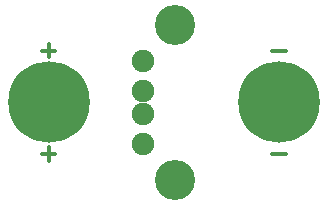
<source format=gts>
G04 #@! TF.FileFunction,Soldermask,Top*
%FSLAX46Y46*%
G04 Gerber Fmt 4.6, Leading zero omitted, Abs format (unit mm)*
G04 Created by KiCad (PCBNEW 4.0.7) date 12/19/17 23:32:23*
%MOMM*%
%LPD*%
G01*
G04 APERTURE LIST*
%ADD10C,0.100000*%
%ADD11C,0.300000*%
%ADD12C,6.900000*%
%ADD13C,1.900000*%
%ADD14C,3.400000*%
G04 APERTURE END LIST*
D10*
D11*
X159178572Y-104357143D02*
X160321429Y-104357143D01*
X139678572Y-104357143D02*
X140821429Y-104357143D01*
X140250000Y-104928571D02*
X140250000Y-103785714D01*
X159178572Y-95607143D02*
X160321429Y-95607143D01*
X139678572Y-95607143D02*
X140821429Y-95607143D01*
X140250000Y-96178571D02*
X140250000Y-95035714D01*
D12*
X159750000Y-100000000D03*
X140250000Y-100000000D03*
D13*
X148250000Y-96500000D03*
X148250000Y-99000000D03*
X148250000Y-101000000D03*
X148250000Y-103500000D03*
D14*
X150960000Y-93430000D03*
X150960000Y-106570000D03*
M02*

</source>
